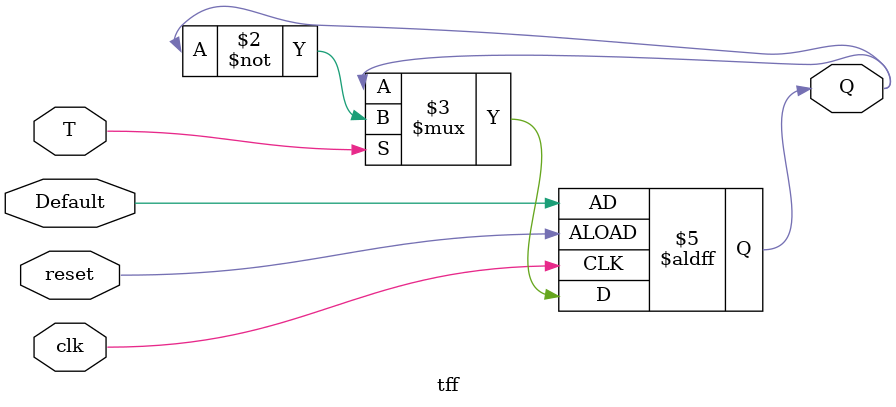
<source format=v>
module tff (
    input clk,
    input reset,
    input T,
    input Default,
    output reg Q
);
    always @(posedge clk or posedge reset) begin
        if (reset)
            Q <= Default;
        else if (T)
            Q <= ~Q;
    end
endmodule

</source>
